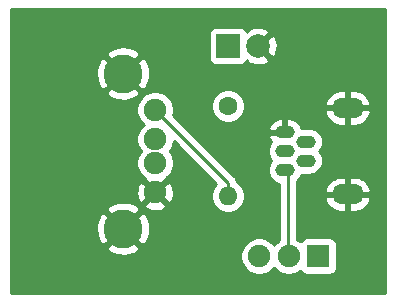
<source format=gbr>
%TF.GenerationSoftware,KiCad,Pcbnew,(5.1.9)-1*%
%TF.CreationDate,2021-04-10T11:30:51-04:00*%
%TF.ProjectId,PowerStripper,506f7765-7253-4747-9269-707065722e6b,v01*%
%TF.SameCoordinates,Original*%
%TF.FileFunction,Copper,L2,Bot*%
%TF.FilePolarity,Positive*%
%FSLAX46Y46*%
G04 Gerber Fmt 4.6, Leading zero omitted, Abs format (unit mm)*
G04 Created by KiCad (PCBNEW (5.1.9)-1) date 2021-04-10 11:30:51*
%MOMM*%
%LPD*%
G01*
G04 APERTURE LIST*
%TA.AperFunction,ComponentPad*%
%ADD10C,2.000000*%
%TD*%
%TA.AperFunction,ComponentPad*%
%ADD11R,2.000000X2.000000*%
%TD*%
%TA.AperFunction,ComponentPad*%
%ADD12O,1.650000X1.100000*%
%TD*%
%TA.AperFunction,ComponentPad*%
%ADD13O,2.700000X1.700000*%
%TD*%
%TA.AperFunction,ComponentPad*%
%ADD14C,3.300000*%
%TD*%
%TA.AperFunction,ComponentPad*%
%ADD15C,1.900000*%
%TD*%
%TA.AperFunction,ComponentPad*%
%ADD16C,1.600000*%
%TD*%
%TA.AperFunction,ComponentPad*%
%ADD17O,1.600000X1.600000*%
%TD*%
%TA.AperFunction,ComponentPad*%
%ADD18R,1.900000X1.900000*%
%TD*%
%TA.AperFunction,Conductor*%
%ADD19C,0.250000*%
%TD*%
%TA.AperFunction,Conductor*%
%ADD20C,0.254000*%
%TD*%
%TA.AperFunction,Conductor*%
%ADD21C,0.100000*%
%TD*%
G04 APERTURE END LIST*
D10*
%TO.P,D1,2*%
%TO.N,GND*%
X130810000Y-100330000D03*
D11*
%TO.P,D1,1*%
%TO.N,Net-(D1-Pad1)*%
X128270000Y-100330000D03*
%TD*%
D12*
%TO.P,J1,3*%
%TO.N,D+*%
X133075000Y-109220000D03*
%TO.P,J1,1*%
%TO.N,Net-(J1-Pad1)*%
X133075000Y-110820000D03*
%TO.P,J1,5*%
%TO.N,GND*%
X133075000Y-107620000D03*
%TO.P,J1,2*%
%TO.N,D-*%
X134825000Y-110020000D03*
%TO.P,J1,4*%
%TO.N,Net-(J1-Pad4)*%
X134825000Y-108420000D03*
D13*
%TO.P,J1,SH*%
%TO.N,GND*%
X138400000Y-112870000D03*
X138400000Y-105570000D03*
%TD*%
D14*
%TO.P,J2,SH*%
%TO.N,GND*%
X119380000Y-102650000D03*
X119380000Y-115790000D03*
D15*
%TO.P,J2,1*%
%TO.N,Net-(J2-Pad1)*%
X122090000Y-105720000D03*
%TO.P,J2,2*%
%TO.N,D-*%
X122090000Y-108220000D03*
%TO.P,J2,3*%
%TO.N,D+*%
X122090000Y-110220000D03*
%TO.P,J2,4*%
%TO.N,GND*%
X122090000Y-112720000D03*
%TD*%
D16*
%TO.P,R1,1*%
%TO.N,Net-(D1-Pad1)*%
X128270000Y-105410000D03*
D17*
%TO.P,R1,2*%
%TO.N,Net-(J2-Pad1)*%
X128270000Y-113030000D03*
%TD*%
D18*
%TO.P,S1,1*%
%TO.N,Net-(J2-Pad1)*%
X135890000Y-118110000D03*
D15*
%TO.P,S1,2*%
%TO.N,Net-(J1-Pad1)*%
X133390000Y-118110000D03*
%TO.P,S1,3*%
%TO.N,Net-(S1-Pad3)*%
X130890000Y-118110000D03*
%TD*%
D19*
%TO.N,Net-(J1-Pad1)*%
X133350000Y-118070000D02*
X133390000Y-118110000D01*
X133350000Y-110820000D02*
X133350000Y-118070000D01*
%TO.N,Net-(J2-Pad1)*%
X128270000Y-111900000D02*
X128270000Y-113030000D01*
X122090000Y-105720000D02*
X128270000Y-111900000D01*
%TD*%
D20*
%TO.N,GND*%
X141580001Y-121260000D02*
X109880000Y-121260000D01*
X109880000Y-117388435D01*
X117961170Y-117388435D01*
X118135223Y-117719354D01*
X118535540Y-117925125D01*
X118968308Y-118048846D01*
X119416898Y-118085759D01*
X119864070Y-118034449D01*
X120115041Y-117953891D01*
X129305000Y-117953891D01*
X129305000Y-118266109D01*
X129365911Y-118572327D01*
X129485391Y-118860779D01*
X129658850Y-119120379D01*
X129879621Y-119341150D01*
X130139221Y-119514609D01*
X130427673Y-119634089D01*
X130733891Y-119695000D01*
X131046109Y-119695000D01*
X131352327Y-119634089D01*
X131640779Y-119514609D01*
X131900379Y-119341150D01*
X132121150Y-119120379D01*
X132140000Y-119092168D01*
X132158850Y-119120379D01*
X132379621Y-119341150D01*
X132639221Y-119514609D01*
X132927673Y-119634089D01*
X133233891Y-119695000D01*
X133546109Y-119695000D01*
X133852327Y-119634089D01*
X134140779Y-119514609D01*
X134378186Y-119355979D01*
X134409463Y-119414494D01*
X134488815Y-119511185D01*
X134585506Y-119590537D01*
X134695820Y-119649502D01*
X134815518Y-119685812D01*
X134940000Y-119698072D01*
X136840000Y-119698072D01*
X136964482Y-119685812D01*
X137084180Y-119649502D01*
X137194494Y-119590537D01*
X137291185Y-119511185D01*
X137370537Y-119414494D01*
X137429502Y-119304180D01*
X137465812Y-119184482D01*
X137478072Y-119060000D01*
X137478072Y-117160000D01*
X137465812Y-117035518D01*
X137429502Y-116915820D01*
X137370537Y-116805506D01*
X137291185Y-116708815D01*
X137194494Y-116629463D01*
X137084180Y-116570498D01*
X136964482Y-116534188D01*
X136840000Y-116521928D01*
X134940000Y-116521928D01*
X134815518Y-116534188D01*
X134695820Y-116570498D01*
X134585506Y-116629463D01*
X134488815Y-116708815D01*
X134409463Y-116805506D01*
X134378186Y-116864021D01*
X134140779Y-116705391D01*
X134110000Y-116692642D01*
X134110000Y-113226890D01*
X136458524Y-113226890D01*
X136479437Y-113320953D01*
X136594709Y-113589426D01*
X136760143Y-113830252D01*
X136969381Y-114034176D01*
X137214382Y-114193361D01*
X137485731Y-114301690D01*
X137773000Y-114355000D01*
X138273000Y-114355000D01*
X138273000Y-112997000D01*
X138527000Y-112997000D01*
X138527000Y-114355000D01*
X139027000Y-114355000D01*
X139314269Y-114301690D01*
X139585618Y-114193361D01*
X139830619Y-114034176D01*
X140039857Y-113830252D01*
X140205291Y-113589426D01*
X140320563Y-113320953D01*
X140341476Y-113226890D01*
X140220155Y-112997000D01*
X138527000Y-112997000D01*
X138273000Y-112997000D01*
X136579845Y-112997000D01*
X136458524Y-113226890D01*
X134110000Y-113226890D01*
X134110000Y-112513110D01*
X136458524Y-112513110D01*
X136579845Y-112743000D01*
X138273000Y-112743000D01*
X138273000Y-111385000D01*
X138527000Y-111385000D01*
X138527000Y-112743000D01*
X140220155Y-112743000D01*
X140341476Y-112513110D01*
X140320563Y-112419047D01*
X140205291Y-112150574D01*
X140039857Y-111909748D01*
X139830619Y-111705824D01*
X139585618Y-111546639D01*
X139314269Y-111438310D01*
X139027000Y-111385000D01*
X138527000Y-111385000D01*
X138273000Y-111385000D01*
X137773000Y-111385000D01*
X137485731Y-111438310D01*
X137214382Y-111546639D01*
X136969381Y-111705824D01*
X136760143Y-111909748D01*
X136594709Y-112150574D01*
X136479437Y-112419047D01*
X136458524Y-112513110D01*
X134110000Y-112513110D01*
X134110000Y-111729250D01*
X134191975Y-111661975D01*
X134340058Y-111481536D01*
X134450094Y-111275674D01*
X134472120Y-111203062D01*
X134491793Y-111205000D01*
X135158207Y-111205000D01*
X135332300Y-111187853D01*
X135555674Y-111120094D01*
X135761536Y-111010058D01*
X135941975Y-110861975D01*
X136090058Y-110681536D01*
X136200094Y-110475674D01*
X136267853Y-110252300D01*
X136290733Y-110020000D01*
X136267853Y-109787700D01*
X136200094Y-109564326D01*
X136090058Y-109358464D01*
X135976423Y-109220000D01*
X136090058Y-109081536D01*
X136200094Y-108875674D01*
X136267853Y-108652300D01*
X136290733Y-108420000D01*
X136267853Y-108187700D01*
X136200094Y-107964326D01*
X136090058Y-107758464D01*
X135941975Y-107578025D01*
X135761536Y-107429942D01*
X135555674Y-107319906D01*
X135332300Y-107252147D01*
X135158207Y-107235000D01*
X134491793Y-107235000D01*
X134474348Y-107236718D01*
X134405850Y-107067246D01*
X134277725Y-106871881D01*
X134113948Y-106705266D01*
X133920813Y-106573804D01*
X133705742Y-106482546D01*
X133477000Y-106435000D01*
X133202000Y-106435000D01*
X133202000Y-107493000D01*
X133222000Y-107493000D01*
X133222000Y-107747000D01*
X133202000Y-107747000D01*
X133202000Y-107767000D01*
X132948000Y-107767000D01*
X132948000Y-107747000D01*
X131781639Y-107747000D01*
X131656197Y-107929744D01*
X131656601Y-107956147D01*
X131744150Y-108172754D01*
X131872275Y-108368119D01*
X131923438Y-108420169D01*
X131809942Y-108558464D01*
X131699906Y-108764326D01*
X131632147Y-108987700D01*
X131609267Y-109220000D01*
X131632147Y-109452300D01*
X131699906Y-109675674D01*
X131809942Y-109881536D01*
X131923577Y-110020000D01*
X131809942Y-110158464D01*
X131699906Y-110364326D01*
X131632147Y-110587700D01*
X131609267Y-110820000D01*
X131632147Y-111052300D01*
X131699906Y-111275674D01*
X131809942Y-111481536D01*
X131958025Y-111661975D01*
X132138464Y-111810058D01*
X132344326Y-111920094D01*
X132567700Y-111987853D01*
X132590000Y-111990049D01*
X132590001Y-116738279D01*
X132379621Y-116878850D01*
X132158850Y-117099621D01*
X132140000Y-117127832D01*
X132121150Y-117099621D01*
X131900379Y-116878850D01*
X131640779Y-116705391D01*
X131352327Y-116585911D01*
X131046109Y-116525000D01*
X130733891Y-116525000D01*
X130427673Y-116585911D01*
X130139221Y-116705391D01*
X129879621Y-116878850D01*
X129658850Y-117099621D01*
X129485391Y-117359221D01*
X129365911Y-117647673D01*
X129305000Y-117953891D01*
X120115041Y-117953891D01*
X120292639Y-117896885D01*
X120624777Y-117719354D01*
X120798830Y-117388435D01*
X119380000Y-115969605D01*
X117961170Y-117388435D01*
X109880000Y-117388435D01*
X109880000Y-115826898D01*
X117084241Y-115826898D01*
X117135551Y-116274070D01*
X117273115Y-116702639D01*
X117450646Y-117034777D01*
X117781565Y-117208830D01*
X119200395Y-115790000D01*
X119559605Y-115790000D01*
X120978435Y-117208830D01*
X121309354Y-117034777D01*
X121515125Y-116634460D01*
X121638846Y-116201692D01*
X121675759Y-115753102D01*
X121624449Y-115305930D01*
X121486885Y-114877361D01*
X121309354Y-114545223D01*
X120978435Y-114371170D01*
X119559605Y-115790000D01*
X119200395Y-115790000D01*
X117781565Y-114371170D01*
X117450646Y-114545223D01*
X117244875Y-114945540D01*
X117121154Y-115378308D01*
X117084241Y-115826898D01*
X109880000Y-115826898D01*
X109880000Y-114191565D01*
X117961170Y-114191565D01*
X119380000Y-115610395D01*
X120798830Y-114191565D01*
X120624777Y-113860646D01*
X120545220Y-113819752D01*
X121169853Y-113819752D01*
X121259579Y-114079042D01*
X121540671Y-114214935D01*
X121842873Y-114293379D01*
X122154573Y-114311359D01*
X122463791Y-114268184D01*
X122758644Y-114165513D01*
X122920421Y-114079042D01*
X123010147Y-113819752D01*
X122090000Y-112899605D01*
X121169853Y-113819752D01*
X120545220Y-113819752D01*
X120224460Y-113654875D01*
X119791692Y-113531154D01*
X119343102Y-113494241D01*
X118895930Y-113545551D01*
X118467361Y-113683115D01*
X118135223Y-113860646D01*
X117961170Y-114191565D01*
X109880000Y-114191565D01*
X109880000Y-112784573D01*
X120498641Y-112784573D01*
X120541816Y-113093791D01*
X120644487Y-113388644D01*
X120730958Y-113550421D01*
X120990248Y-113640147D01*
X121910395Y-112720000D01*
X122269605Y-112720000D01*
X123189752Y-113640147D01*
X123449042Y-113550421D01*
X123584935Y-113269329D01*
X123663379Y-112967127D01*
X123681359Y-112655427D01*
X123638184Y-112346209D01*
X123535513Y-112051356D01*
X123449042Y-111889579D01*
X123189752Y-111799853D01*
X122269605Y-112720000D01*
X121910395Y-112720000D01*
X120990248Y-111799853D01*
X120730958Y-111889579D01*
X120595065Y-112170671D01*
X120516621Y-112472873D01*
X120498641Y-112784573D01*
X109880000Y-112784573D01*
X109880000Y-105563891D01*
X120505000Y-105563891D01*
X120505000Y-105876109D01*
X120565911Y-106182327D01*
X120685391Y-106470779D01*
X120858850Y-106730379D01*
X121079621Y-106951150D01*
X121107832Y-106970000D01*
X121079621Y-106988850D01*
X120858850Y-107209621D01*
X120685391Y-107469221D01*
X120565911Y-107757673D01*
X120505000Y-108063891D01*
X120505000Y-108376109D01*
X120565911Y-108682327D01*
X120685391Y-108970779D01*
X120851915Y-109220000D01*
X120685391Y-109469221D01*
X120565911Y-109757673D01*
X120505000Y-110063891D01*
X120505000Y-110376109D01*
X120565911Y-110682327D01*
X120685391Y-110970779D01*
X120858850Y-111230379D01*
X121079621Y-111451150D01*
X121200434Y-111531875D01*
X121169853Y-111620248D01*
X122090000Y-112540395D01*
X123010147Y-111620248D01*
X122979566Y-111531875D01*
X123100379Y-111451150D01*
X123321150Y-111230379D01*
X123494609Y-110970779D01*
X123614089Y-110682327D01*
X123675000Y-110376109D01*
X123675000Y-110063891D01*
X123614089Y-109757673D01*
X123494609Y-109469221D01*
X123328085Y-109220000D01*
X123494609Y-108970779D01*
X123614089Y-108682327D01*
X123674387Y-108379189D01*
X127282901Y-111987703D01*
X127155363Y-112115241D01*
X126998320Y-112350273D01*
X126890147Y-112611426D01*
X126835000Y-112888665D01*
X126835000Y-113171335D01*
X126890147Y-113448574D01*
X126998320Y-113709727D01*
X127155363Y-113944759D01*
X127355241Y-114144637D01*
X127590273Y-114301680D01*
X127851426Y-114409853D01*
X128128665Y-114465000D01*
X128411335Y-114465000D01*
X128688574Y-114409853D01*
X128949727Y-114301680D01*
X129184759Y-114144637D01*
X129384637Y-113944759D01*
X129541680Y-113709727D01*
X129649853Y-113448574D01*
X129705000Y-113171335D01*
X129705000Y-112888665D01*
X129649853Y-112611426D01*
X129541680Y-112350273D01*
X129384637Y-112115241D01*
X129184759Y-111915363D01*
X129024654Y-111808384D01*
X129019003Y-111751014D01*
X128975546Y-111607753D01*
X128904974Y-111475724D01*
X128810001Y-111359999D01*
X128781004Y-111336202D01*
X124755058Y-107310256D01*
X131656197Y-107310256D01*
X131781639Y-107493000D01*
X132948000Y-107493000D01*
X132948000Y-106435000D01*
X132673000Y-106435000D01*
X132444258Y-106482546D01*
X132229187Y-106573804D01*
X132036052Y-106705266D01*
X131872275Y-106871881D01*
X131744150Y-107067246D01*
X131656601Y-107283853D01*
X131656197Y-107310256D01*
X124755058Y-107310256D01*
X123616252Y-106171451D01*
X123675000Y-105876109D01*
X123675000Y-105563891D01*
X123616276Y-105268665D01*
X126835000Y-105268665D01*
X126835000Y-105551335D01*
X126890147Y-105828574D01*
X126998320Y-106089727D01*
X127155363Y-106324759D01*
X127355241Y-106524637D01*
X127590273Y-106681680D01*
X127851426Y-106789853D01*
X128128665Y-106845000D01*
X128411335Y-106845000D01*
X128688574Y-106789853D01*
X128949727Y-106681680D01*
X129184759Y-106524637D01*
X129384637Y-106324759D01*
X129541680Y-106089727D01*
X129609129Y-105926890D01*
X136458524Y-105926890D01*
X136479437Y-106020953D01*
X136594709Y-106289426D01*
X136760143Y-106530252D01*
X136969381Y-106734176D01*
X137214382Y-106893361D01*
X137485731Y-107001690D01*
X137773000Y-107055000D01*
X138273000Y-107055000D01*
X138273000Y-105697000D01*
X138527000Y-105697000D01*
X138527000Y-107055000D01*
X139027000Y-107055000D01*
X139314269Y-107001690D01*
X139585618Y-106893361D01*
X139830619Y-106734176D01*
X140039857Y-106530252D01*
X140205291Y-106289426D01*
X140320563Y-106020953D01*
X140341476Y-105926890D01*
X140220155Y-105697000D01*
X138527000Y-105697000D01*
X138273000Y-105697000D01*
X136579845Y-105697000D01*
X136458524Y-105926890D01*
X129609129Y-105926890D01*
X129649853Y-105828574D01*
X129705000Y-105551335D01*
X129705000Y-105268665D01*
X129693950Y-105213110D01*
X136458524Y-105213110D01*
X136579845Y-105443000D01*
X138273000Y-105443000D01*
X138273000Y-104085000D01*
X138527000Y-104085000D01*
X138527000Y-105443000D01*
X140220155Y-105443000D01*
X140341476Y-105213110D01*
X140320563Y-105119047D01*
X140205291Y-104850574D01*
X140039857Y-104609748D01*
X139830619Y-104405824D01*
X139585618Y-104246639D01*
X139314269Y-104138310D01*
X139027000Y-104085000D01*
X138527000Y-104085000D01*
X138273000Y-104085000D01*
X137773000Y-104085000D01*
X137485731Y-104138310D01*
X137214382Y-104246639D01*
X136969381Y-104405824D01*
X136760143Y-104609748D01*
X136594709Y-104850574D01*
X136479437Y-105119047D01*
X136458524Y-105213110D01*
X129693950Y-105213110D01*
X129649853Y-104991426D01*
X129541680Y-104730273D01*
X129384637Y-104495241D01*
X129184759Y-104295363D01*
X128949727Y-104138320D01*
X128688574Y-104030147D01*
X128411335Y-103975000D01*
X128128665Y-103975000D01*
X127851426Y-104030147D01*
X127590273Y-104138320D01*
X127355241Y-104295363D01*
X127155363Y-104495241D01*
X126998320Y-104730273D01*
X126890147Y-104991426D01*
X126835000Y-105268665D01*
X123616276Y-105268665D01*
X123614089Y-105257673D01*
X123494609Y-104969221D01*
X123321150Y-104709621D01*
X123100379Y-104488850D01*
X122840779Y-104315391D01*
X122552327Y-104195911D01*
X122246109Y-104135000D01*
X121933891Y-104135000D01*
X121627673Y-104195911D01*
X121339221Y-104315391D01*
X121079621Y-104488850D01*
X120858850Y-104709621D01*
X120685391Y-104969221D01*
X120565911Y-105257673D01*
X120505000Y-105563891D01*
X109880000Y-105563891D01*
X109880000Y-104248435D01*
X117961170Y-104248435D01*
X118135223Y-104579354D01*
X118535540Y-104785125D01*
X118968308Y-104908846D01*
X119416898Y-104945759D01*
X119864070Y-104894449D01*
X120292639Y-104756885D01*
X120624777Y-104579354D01*
X120798830Y-104248435D01*
X119380000Y-102829605D01*
X117961170Y-104248435D01*
X109880000Y-104248435D01*
X109880000Y-102686898D01*
X117084241Y-102686898D01*
X117135551Y-103134070D01*
X117273115Y-103562639D01*
X117450646Y-103894777D01*
X117781565Y-104068830D01*
X119200395Y-102650000D01*
X119559605Y-102650000D01*
X120978435Y-104068830D01*
X121309354Y-103894777D01*
X121515125Y-103494460D01*
X121638846Y-103061692D01*
X121675759Y-102613102D01*
X121624449Y-102165930D01*
X121486885Y-101737361D01*
X121309354Y-101405223D01*
X120978435Y-101231170D01*
X119559605Y-102650000D01*
X119200395Y-102650000D01*
X117781565Y-101231170D01*
X117450646Y-101405223D01*
X117244875Y-101805540D01*
X117121154Y-102238308D01*
X117084241Y-102686898D01*
X109880000Y-102686898D01*
X109880000Y-101051565D01*
X117961170Y-101051565D01*
X119380000Y-102470395D01*
X120798830Y-101051565D01*
X120624777Y-100720646D01*
X120224460Y-100514875D01*
X119791692Y-100391154D01*
X119343102Y-100354241D01*
X118895930Y-100405551D01*
X118467361Y-100543115D01*
X118135223Y-100720646D01*
X117961170Y-101051565D01*
X109880000Y-101051565D01*
X109880000Y-99330000D01*
X126631928Y-99330000D01*
X126631928Y-101330000D01*
X126644188Y-101454482D01*
X126680498Y-101574180D01*
X126739463Y-101684494D01*
X126818815Y-101781185D01*
X126915506Y-101860537D01*
X127025820Y-101919502D01*
X127145518Y-101955812D01*
X127270000Y-101968072D01*
X129270000Y-101968072D01*
X129394482Y-101955812D01*
X129514180Y-101919502D01*
X129624494Y-101860537D01*
X129721185Y-101781185D01*
X129800537Y-101684494D01*
X129859502Y-101574180D01*
X129875037Y-101522967D01*
X129949956Y-101729814D01*
X130239571Y-101870704D01*
X130551108Y-101952384D01*
X130872595Y-101971718D01*
X131191675Y-101927961D01*
X131496088Y-101822795D01*
X131670044Y-101729814D01*
X131765808Y-101465413D01*
X130810000Y-100509605D01*
X130795858Y-100523748D01*
X130616253Y-100344143D01*
X130630395Y-100330000D01*
X130989605Y-100330000D01*
X131945413Y-101285808D01*
X132209814Y-101190044D01*
X132350704Y-100900429D01*
X132432384Y-100588892D01*
X132451718Y-100267405D01*
X132407961Y-99948325D01*
X132302795Y-99643912D01*
X132209814Y-99469956D01*
X131945413Y-99374192D01*
X130989605Y-100330000D01*
X130630395Y-100330000D01*
X130616253Y-100315858D01*
X130795858Y-100136253D01*
X130810000Y-100150395D01*
X131765808Y-99194587D01*
X131670044Y-98930186D01*
X131380429Y-98789296D01*
X131068892Y-98707616D01*
X130747405Y-98688282D01*
X130428325Y-98732039D01*
X130123912Y-98837205D01*
X129949956Y-98930186D01*
X129875037Y-99137033D01*
X129859502Y-99085820D01*
X129800537Y-98975506D01*
X129721185Y-98878815D01*
X129624494Y-98799463D01*
X129514180Y-98740498D01*
X129394482Y-98704188D01*
X129270000Y-98691928D01*
X127270000Y-98691928D01*
X127145518Y-98704188D01*
X127025820Y-98740498D01*
X126915506Y-98799463D01*
X126818815Y-98878815D01*
X126739463Y-98975506D01*
X126680498Y-99085820D01*
X126644188Y-99205518D01*
X126631928Y-99330000D01*
X109880000Y-99330000D01*
X109880000Y-97180000D01*
X141580000Y-97180000D01*
X141580001Y-121260000D01*
%TA.AperFunction,Conductor*%
D21*
G36*
X141580001Y-121260000D02*
G01*
X109880000Y-121260000D01*
X109880000Y-117388435D01*
X117961170Y-117388435D01*
X118135223Y-117719354D01*
X118535540Y-117925125D01*
X118968308Y-118048846D01*
X119416898Y-118085759D01*
X119864070Y-118034449D01*
X120115041Y-117953891D01*
X129305000Y-117953891D01*
X129305000Y-118266109D01*
X129365911Y-118572327D01*
X129485391Y-118860779D01*
X129658850Y-119120379D01*
X129879621Y-119341150D01*
X130139221Y-119514609D01*
X130427673Y-119634089D01*
X130733891Y-119695000D01*
X131046109Y-119695000D01*
X131352327Y-119634089D01*
X131640779Y-119514609D01*
X131900379Y-119341150D01*
X132121150Y-119120379D01*
X132140000Y-119092168D01*
X132158850Y-119120379D01*
X132379621Y-119341150D01*
X132639221Y-119514609D01*
X132927673Y-119634089D01*
X133233891Y-119695000D01*
X133546109Y-119695000D01*
X133852327Y-119634089D01*
X134140779Y-119514609D01*
X134378186Y-119355979D01*
X134409463Y-119414494D01*
X134488815Y-119511185D01*
X134585506Y-119590537D01*
X134695820Y-119649502D01*
X134815518Y-119685812D01*
X134940000Y-119698072D01*
X136840000Y-119698072D01*
X136964482Y-119685812D01*
X137084180Y-119649502D01*
X137194494Y-119590537D01*
X137291185Y-119511185D01*
X137370537Y-119414494D01*
X137429502Y-119304180D01*
X137465812Y-119184482D01*
X137478072Y-119060000D01*
X137478072Y-117160000D01*
X137465812Y-117035518D01*
X137429502Y-116915820D01*
X137370537Y-116805506D01*
X137291185Y-116708815D01*
X137194494Y-116629463D01*
X137084180Y-116570498D01*
X136964482Y-116534188D01*
X136840000Y-116521928D01*
X134940000Y-116521928D01*
X134815518Y-116534188D01*
X134695820Y-116570498D01*
X134585506Y-116629463D01*
X134488815Y-116708815D01*
X134409463Y-116805506D01*
X134378186Y-116864021D01*
X134140779Y-116705391D01*
X134110000Y-116692642D01*
X134110000Y-113226890D01*
X136458524Y-113226890D01*
X136479437Y-113320953D01*
X136594709Y-113589426D01*
X136760143Y-113830252D01*
X136969381Y-114034176D01*
X137214382Y-114193361D01*
X137485731Y-114301690D01*
X137773000Y-114355000D01*
X138273000Y-114355000D01*
X138273000Y-112997000D01*
X138527000Y-112997000D01*
X138527000Y-114355000D01*
X139027000Y-114355000D01*
X139314269Y-114301690D01*
X139585618Y-114193361D01*
X139830619Y-114034176D01*
X140039857Y-113830252D01*
X140205291Y-113589426D01*
X140320563Y-113320953D01*
X140341476Y-113226890D01*
X140220155Y-112997000D01*
X138527000Y-112997000D01*
X138273000Y-112997000D01*
X136579845Y-112997000D01*
X136458524Y-113226890D01*
X134110000Y-113226890D01*
X134110000Y-112513110D01*
X136458524Y-112513110D01*
X136579845Y-112743000D01*
X138273000Y-112743000D01*
X138273000Y-111385000D01*
X138527000Y-111385000D01*
X138527000Y-112743000D01*
X140220155Y-112743000D01*
X140341476Y-112513110D01*
X140320563Y-112419047D01*
X140205291Y-112150574D01*
X140039857Y-111909748D01*
X139830619Y-111705824D01*
X139585618Y-111546639D01*
X139314269Y-111438310D01*
X139027000Y-111385000D01*
X138527000Y-111385000D01*
X138273000Y-111385000D01*
X137773000Y-111385000D01*
X137485731Y-111438310D01*
X137214382Y-111546639D01*
X136969381Y-111705824D01*
X136760143Y-111909748D01*
X136594709Y-112150574D01*
X136479437Y-112419047D01*
X136458524Y-112513110D01*
X134110000Y-112513110D01*
X134110000Y-111729250D01*
X134191975Y-111661975D01*
X134340058Y-111481536D01*
X134450094Y-111275674D01*
X134472120Y-111203062D01*
X134491793Y-111205000D01*
X135158207Y-111205000D01*
X135332300Y-111187853D01*
X135555674Y-111120094D01*
X135761536Y-111010058D01*
X135941975Y-110861975D01*
X136090058Y-110681536D01*
X136200094Y-110475674D01*
X136267853Y-110252300D01*
X136290733Y-110020000D01*
X136267853Y-109787700D01*
X136200094Y-109564326D01*
X136090058Y-109358464D01*
X135976423Y-109220000D01*
X136090058Y-109081536D01*
X136200094Y-108875674D01*
X136267853Y-108652300D01*
X136290733Y-108420000D01*
X136267853Y-108187700D01*
X136200094Y-107964326D01*
X136090058Y-107758464D01*
X135941975Y-107578025D01*
X135761536Y-107429942D01*
X135555674Y-107319906D01*
X135332300Y-107252147D01*
X135158207Y-107235000D01*
X134491793Y-107235000D01*
X134474348Y-107236718D01*
X134405850Y-107067246D01*
X134277725Y-106871881D01*
X134113948Y-106705266D01*
X133920813Y-106573804D01*
X133705742Y-106482546D01*
X133477000Y-106435000D01*
X133202000Y-106435000D01*
X133202000Y-107493000D01*
X133222000Y-107493000D01*
X133222000Y-107747000D01*
X133202000Y-107747000D01*
X133202000Y-107767000D01*
X132948000Y-107767000D01*
X132948000Y-107747000D01*
X131781639Y-107747000D01*
X131656197Y-107929744D01*
X131656601Y-107956147D01*
X131744150Y-108172754D01*
X131872275Y-108368119D01*
X131923438Y-108420169D01*
X131809942Y-108558464D01*
X131699906Y-108764326D01*
X131632147Y-108987700D01*
X131609267Y-109220000D01*
X131632147Y-109452300D01*
X131699906Y-109675674D01*
X131809942Y-109881536D01*
X131923577Y-110020000D01*
X131809942Y-110158464D01*
X131699906Y-110364326D01*
X131632147Y-110587700D01*
X131609267Y-110820000D01*
X131632147Y-111052300D01*
X131699906Y-111275674D01*
X131809942Y-111481536D01*
X131958025Y-111661975D01*
X132138464Y-111810058D01*
X132344326Y-111920094D01*
X132567700Y-111987853D01*
X132590000Y-111990049D01*
X132590001Y-116738279D01*
X132379621Y-116878850D01*
X132158850Y-117099621D01*
X132140000Y-117127832D01*
X132121150Y-117099621D01*
X131900379Y-116878850D01*
X131640779Y-116705391D01*
X131352327Y-116585911D01*
X131046109Y-116525000D01*
X130733891Y-116525000D01*
X130427673Y-116585911D01*
X130139221Y-116705391D01*
X129879621Y-116878850D01*
X129658850Y-117099621D01*
X129485391Y-117359221D01*
X129365911Y-117647673D01*
X129305000Y-117953891D01*
X120115041Y-117953891D01*
X120292639Y-117896885D01*
X120624777Y-117719354D01*
X120798830Y-117388435D01*
X119380000Y-115969605D01*
X117961170Y-117388435D01*
X109880000Y-117388435D01*
X109880000Y-115826898D01*
X117084241Y-115826898D01*
X117135551Y-116274070D01*
X117273115Y-116702639D01*
X117450646Y-117034777D01*
X117781565Y-117208830D01*
X119200395Y-115790000D01*
X119559605Y-115790000D01*
X120978435Y-117208830D01*
X121309354Y-117034777D01*
X121515125Y-116634460D01*
X121638846Y-116201692D01*
X121675759Y-115753102D01*
X121624449Y-115305930D01*
X121486885Y-114877361D01*
X121309354Y-114545223D01*
X120978435Y-114371170D01*
X119559605Y-115790000D01*
X119200395Y-115790000D01*
X117781565Y-114371170D01*
X117450646Y-114545223D01*
X117244875Y-114945540D01*
X117121154Y-115378308D01*
X117084241Y-115826898D01*
X109880000Y-115826898D01*
X109880000Y-114191565D01*
X117961170Y-114191565D01*
X119380000Y-115610395D01*
X120798830Y-114191565D01*
X120624777Y-113860646D01*
X120545220Y-113819752D01*
X121169853Y-113819752D01*
X121259579Y-114079042D01*
X121540671Y-114214935D01*
X121842873Y-114293379D01*
X122154573Y-114311359D01*
X122463791Y-114268184D01*
X122758644Y-114165513D01*
X122920421Y-114079042D01*
X123010147Y-113819752D01*
X122090000Y-112899605D01*
X121169853Y-113819752D01*
X120545220Y-113819752D01*
X120224460Y-113654875D01*
X119791692Y-113531154D01*
X119343102Y-113494241D01*
X118895930Y-113545551D01*
X118467361Y-113683115D01*
X118135223Y-113860646D01*
X117961170Y-114191565D01*
X109880000Y-114191565D01*
X109880000Y-112784573D01*
X120498641Y-112784573D01*
X120541816Y-113093791D01*
X120644487Y-113388644D01*
X120730958Y-113550421D01*
X120990248Y-113640147D01*
X121910395Y-112720000D01*
X122269605Y-112720000D01*
X123189752Y-113640147D01*
X123449042Y-113550421D01*
X123584935Y-113269329D01*
X123663379Y-112967127D01*
X123681359Y-112655427D01*
X123638184Y-112346209D01*
X123535513Y-112051356D01*
X123449042Y-111889579D01*
X123189752Y-111799853D01*
X122269605Y-112720000D01*
X121910395Y-112720000D01*
X120990248Y-111799853D01*
X120730958Y-111889579D01*
X120595065Y-112170671D01*
X120516621Y-112472873D01*
X120498641Y-112784573D01*
X109880000Y-112784573D01*
X109880000Y-105563891D01*
X120505000Y-105563891D01*
X120505000Y-105876109D01*
X120565911Y-106182327D01*
X120685391Y-106470779D01*
X120858850Y-106730379D01*
X121079621Y-106951150D01*
X121107832Y-106970000D01*
X121079621Y-106988850D01*
X120858850Y-107209621D01*
X120685391Y-107469221D01*
X120565911Y-107757673D01*
X120505000Y-108063891D01*
X120505000Y-108376109D01*
X120565911Y-108682327D01*
X120685391Y-108970779D01*
X120851915Y-109220000D01*
X120685391Y-109469221D01*
X120565911Y-109757673D01*
X120505000Y-110063891D01*
X120505000Y-110376109D01*
X120565911Y-110682327D01*
X120685391Y-110970779D01*
X120858850Y-111230379D01*
X121079621Y-111451150D01*
X121200434Y-111531875D01*
X121169853Y-111620248D01*
X122090000Y-112540395D01*
X123010147Y-111620248D01*
X122979566Y-111531875D01*
X123100379Y-111451150D01*
X123321150Y-111230379D01*
X123494609Y-110970779D01*
X123614089Y-110682327D01*
X123675000Y-110376109D01*
X123675000Y-110063891D01*
X123614089Y-109757673D01*
X123494609Y-109469221D01*
X123328085Y-109220000D01*
X123494609Y-108970779D01*
X123614089Y-108682327D01*
X123674387Y-108379189D01*
X127282901Y-111987703D01*
X127155363Y-112115241D01*
X126998320Y-112350273D01*
X126890147Y-112611426D01*
X126835000Y-112888665D01*
X126835000Y-113171335D01*
X126890147Y-113448574D01*
X126998320Y-113709727D01*
X127155363Y-113944759D01*
X127355241Y-114144637D01*
X127590273Y-114301680D01*
X127851426Y-114409853D01*
X128128665Y-114465000D01*
X128411335Y-114465000D01*
X128688574Y-114409853D01*
X128949727Y-114301680D01*
X129184759Y-114144637D01*
X129384637Y-113944759D01*
X129541680Y-113709727D01*
X129649853Y-113448574D01*
X129705000Y-113171335D01*
X129705000Y-112888665D01*
X129649853Y-112611426D01*
X129541680Y-112350273D01*
X129384637Y-112115241D01*
X129184759Y-111915363D01*
X129024654Y-111808384D01*
X129019003Y-111751014D01*
X128975546Y-111607753D01*
X128904974Y-111475724D01*
X128810001Y-111359999D01*
X128781004Y-111336202D01*
X124755058Y-107310256D01*
X131656197Y-107310256D01*
X131781639Y-107493000D01*
X132948000Y-107493000D01*
X132948000Y-106435000D01*
X132673000Y-106435000D01*
X132444258Y-106482546D01*
X132229187Y-106573804D01*
X132036052Y-106705266D01*
X131872275Y-106871881D01*
X131744150Y-107067246D01*
X131656601Y-107283853D01*
X131656197Y-107310256D01*
X124755058Y-107310256D01*
X123616252Y-106171451D01*
X123675000Y-105876109D01*
X123675000Y-105563891D01*
X123616276Y-105268665D01*
X126835000Y-105268665D01*
X126835000Y-105551335D01*
X126890147Y-105828574D01*
X126998320Y-106089727D01*
X127155363Y-106324759D01*
X127355241Y-106524637D01*
X127590273Y-106681680D01*
X127851426Y-106789853D01*
X128128665Y-106845000D01*
X128411335Y-106845000D01*
X128688574Y-106789853D01*
X128949727Y-106681680D01*
X129184759Y-106524637D01*
X129384637Y-106324759D01*
X129541680Y-106089727D01*
X129609129Y-105926890D01*
X136458524Y-105926890D01*
X136479437Y-106020953D01*
X136594709Y-106289426D01*
X136760143Y-106530252D01*
X136969381Y-106734176D01*
X137214382Y-106893361D01*
X137485731Y-107001690D01*
X137773000Y-107055000D01*
X138273000Y-107055000D01*
X138273000Y-105697000D01*
X138527000Y-105697000D01*
X138527000Y-107055000D01*
X139027000Y-107055000D01*
X139314269Y-107001690D01*
X139585618Y-106893361D01*
X139830619Y-106734176D01*
X140039857Y-106530252D01*
X140205291Y-106289426D01*
X140320563Y-106020953D01*
X140341476Y-105926890D01*
X140220155Y-105697000D01*
X138527000Y-105697000D01*
X138273000Y-105697000D01*
X136579845Y-105697000D01*
X136458524Y-105926890D01*
X129609129Y-105926890D01*
X129649853Y-105828574D01*
X129705000Y-105551335D01*
X129705000Y-105268665D01*
X129693950Y-105213110D01*
X136458524Y-105213110D01*
X136579845Y-105443000D01*
X138273000Y-105443000D01*
X138273000Y-104085000D01*
X138527000Y-104085000D01*
X138527000Y-105443000D01*
X140220155Y-105443000D01*
X140341476Y-105213110D01*
X140320563Y-105119047D01*
X140205291Y-104850574D01*
X140039857Y-104609748D01*
X139830619Y-104405824D01*
X139585618Y-104246639D01*
X139314269Y-104138310D01*
X139027000Y-104085000D01*
X138527000Y-104085000D01*
X138273000Y-104085000D01*
X137773000Y-104085000D01*
X137485731Y-104138310D01*
X137214382Y-104246639D01*
X136969381Y-104405824D01*
X136760143Y-104609748D01*
X136594709Y-104850574D01*
X136479437Y-105119047D01*
X136458524Y-105213110D01*
X129693950Y-105213110D01*
X129649853Y-104991426D01*
X129541680Y-104730273D01*
X129384637Y-104495241D01*
X129184759Y-104295363D01*
X128949727Y-104138320D01*
X128688574Y-104030147D01*
X128411335Y-103975000D01*
X128128665Y-103975000D01*
X127851426Y-104030147D01*
X127590273Y-104138320D01*
X127355241Y-104295363D01*
X127155363Y-104495241D01*
X126998320Y-104730273D01*
X126890147Y-104991426D01*
X126835000Y-105268665D01*
X123616276Y-105268665D01*
X123614089Y-105257673D01*
X123494609Y-104969221D01*
X123321150Y-104709621D01*
X123100379Y-104488850D01*
X122840779Y-104315391D01*
X122552327Y-104195911D01*
X122246109Y-104135000D01*
X121933891Y-104135000D01*
X121627673Y-104195911D01*
X121339221Y-104315391D01*
X121079621Y-104488850D01*
X120858850Y-104709621D01*
X120685391Y-104969221D01*
X120565911Y-105257673D01*
X120505000Y-105563891D01*
X109880000Y-105563891D01*
X109880000Y-104248435D01*
X117961170Y-104248435D01*
X118135223Y-104579354D01*
X118535540Y-104785125D01*
X118968308Y-104908846D01*
X119416898Y-104945759D01*
X119864070Y-104894449D01*
X120292639Y-104756885D01*
X120624777Y-104579354D01*
X120798830Y-104248435D01*
X119380000Y-102829605D01*
X117961170Y-104248435D01*
X109880000Y-104248435D01*
X109880000Y-102686898D01*
X117084241Y-102686898D01*
X117135551Y-103134070D01*
X117273115Y-103562639D01*
X117450646Y-103894777D01*
X117781565Y-104068830D01*
X119200395Y-102650000D01*
X119559605Y-102650000D01*
X120978435Y-104068830D01*
X121309354Y-103894777D01*
X121515125Y-103494460D01*
X121638846Y-103061692D01*
X121675759Y-102613102D01*
X121624449Y-102165930D01*
X121486885Y-101737361D01*
X121309354Y-101405223D01*
X120978435Y-101231170D01*
X119559605Y-102650000D01*
X119200395Y-102650000D01*
X117781565Y-101231170D01*
X117450646Y-101405223D01*
X117244875Y-101805540D01*
X117121154Y-102238308D01*
X117084241Y-102686898D01*
X109880000Y-102686898D01*
X109880000Y-101051565D01*
X117961170Y-101051565D01*
X119380000Y-102470395D01*
X120798830Y-101051565D01*
X120624777Y-100720646D01*
X120224460Y-100514875D01*
X119791692Y-100391154D01*
X119343102Y-100354241D01*
X118895930Y-100405551D01*
X118467361Y-100543115D01*
X118135223Y-100720646D01*
X117961170Y-101051565D01*
X109880000Y-101051565D01*
X109880000Y-99330000D01*
X126631928Y-99330000D01*
X126631928Y-101330000D01*
X126644188Y-101454482D01*
X126680498Y-101574180D01*
X126739463Y-101684494D01*
X126818815Y-101781185D01*
X126915506Y-101860537D01*
X127025820Y-101919502D01*
X127145518Y-101955812D01*
X127270000Y-101968072D01*
X129270000Y-101968072D01*
X129394482Y-101955812D01*
X129514180Y-101919502D01*
X129624494Y-101860537D01*
X129721185Y-101781185D01*
X129800537Y-101684494D01*
X129859502Y-101574180D01*
X129875037Y-101522967D01*
X129949956Y-101729814D01*
X130239571Y-101870704D01*
X130551108Y-101952384D01*
X130872595Y-101971718D01*
X131191675Y-101927961D01*
X131496088Y-101822795D01*
X131670044Y-101729814D01*
X131765808Y-101465413D01*
X130810000Y-100509605D01*
X130795858Y-100523748D01*
X130616253Y-100344143D01*
X130630395Y-100330000D01*
X130989605Y-100330000D01*
X131945413Y-101285808D01*
X132209814Y-101190044D01*
X132350704Y-100900429D01*
X132432384Y-100588892D01*
X132451718Y-100267405D01*
X132407961Y-99948325D01*
X132302795Y-99643912D01*
X132209814Y-99469956D01*
X131945413Y-99374192D01*
X130989605Y-100330000D01*
X130630395Y-100330000D01*
X130616253Y-100315858D01*
X130795858Y-100136253D01*
X130810000Y-100150395D01*
X131765808Y-99194587D01*
X131670044Y-98930186D01*
X131380429Y-98789296D01*
X131068892Y-98707616D01*
X130747405Y-98688282D01*
X130428325Y-98732039D01*
X130123912Y-98837205D01*
X129949956Y-98930186D01*
X129875037Y-99137033D01*
X129859502Y-99085820D01*
X129800537Y-98975506D01*
X129721185Y-98878815D01*
X129624494Y-98799463D01*
X129514180Y-98740498D01*
X129394482Y-98704188D01*
X129270000Y-98691928D01*
X127270000Y-98691928D01*
X127145518Y-98704188D01*
X127025820Y-98740498D01*
X126915506Y-98799463D01*
X126818815Y-98878815D01*
X126739463Y-98975506D01*
X126680498Y-99085820D01*
X126644188Y-99205518D01*
X126631928Y-99330000D01*
X109880000Y-99330000D01*
X109880000Y-97180000D01*
X141580000Y-97180000D01*
X141580001Y-121260000D01*
G37*
%TD.AperFunction*%
%TD*%
M02*

</source>
